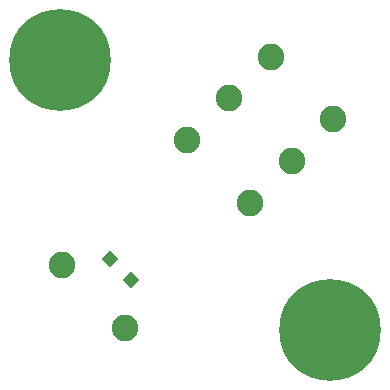
<source format=gbr>
%TF.GenerationSoftware,KiCad,Pcbnew,(6.0.7)*%
%TF.CreationDate,2022-09-13T12:21:28-04:00*%
%TF.ProjectId,switch-board,73776974-6368-42d6-926f-6172642e6b69,A*%
%TF.SameCoordinates,Original*%
%TF.FileFunction,Soldermask,Bot*%
%TF.FilePolarity,Negative*%
%FSLAX46Y46*%
G04 Gerber Fmt 4.6, Leading zero omitted, Abs format (unit mm)*
G04 Created by KiCad (PCBNEW (6.0.7)) date 2022-09-13 12:21:28*
%MOMM*%
%LPD*%
G01*
G04 APERTURE LIST*
G04 Aperture macros list*
%AMRotRect*
0 Rectangle, with rotation*
0 The origin of the aperture is its center*
0 $1 length*
0 $2 width*
0 $3 Rotation angle, in degrees counterclockwise*
0 Add horizontal line*
21,1,$1,$2,0,0,$3*%
G04 Aperture macros list end*
%ADD10C,8.600000*%
%ADD11C,2.250000*%
%ADD12RotRect,1.000000X1.000000X315.000000*%
G04 APERTURE END LIST*
D10*
%TO.C,H1*%
X119380000Y-74930000D03*
%TD*%
D11*
%TO.C,K1*%
X101974948Y-74778353D03*
X112581549Y-64171751D03*
X107278249Y-58868451D03*
X116117083Y-60636218D03*
X110813782Y-55332917D03*
X114349316Y-51797383D03*
X119652617Y-57100684D03*
X96671647Y-69475052D03*
%TD*%
D10*
%TO.C,H2*%
X96520000Y-52070000D03*
%TD*%
D12*
%TO.C,D2*%
X100716117Y-68966117D03*
X102483883Y-70733883D03*
%TD*%
M02*

</source>
